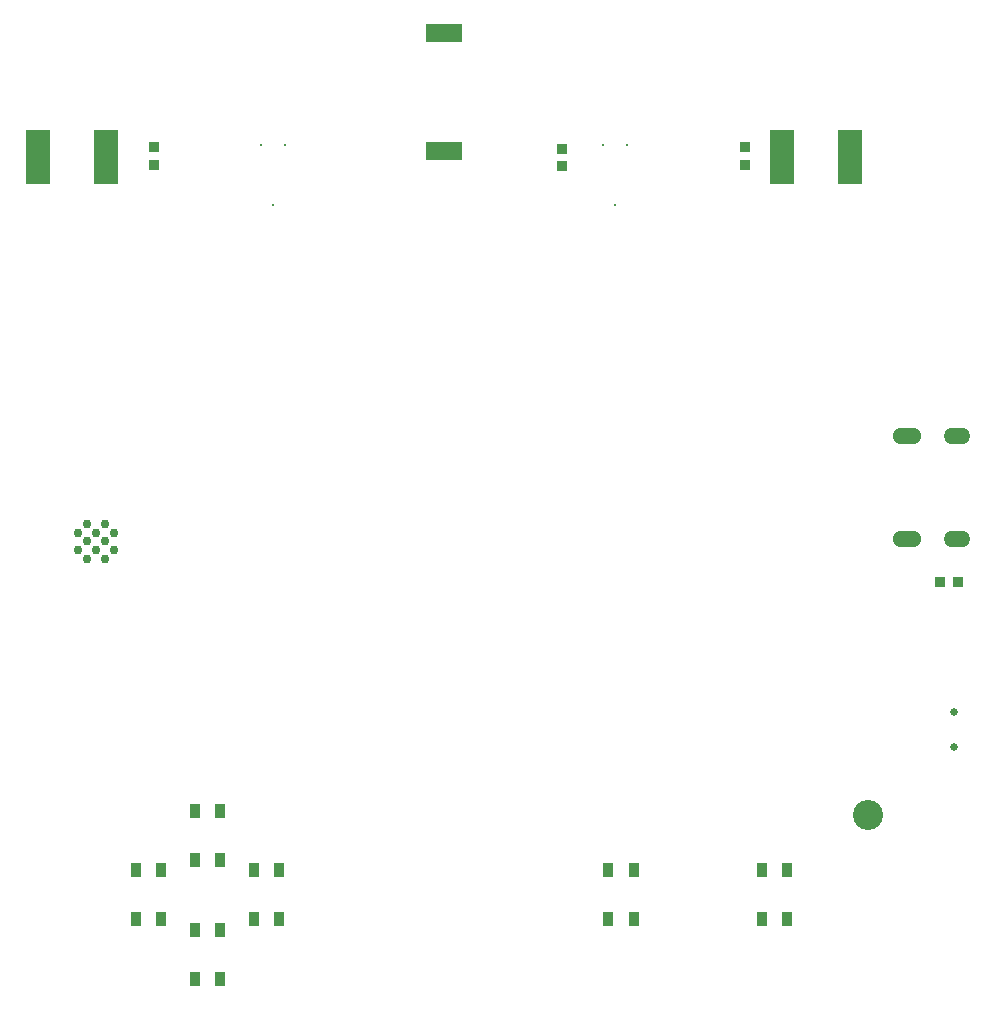
<source format=gts>
G04*
G04 #@! TF.GenerationSoftware,Altium Limited,Altium Designer,22.1.2 (22)*
G04*
G04 Layer_Color=8388736*
%FSLAX44Y44*%
%MOMM*%
G71*
G04*
G04 #@! TF.SameCoordinates,DC0EFF74-F3D2-441A-B5B2-ABEB85199A1F*
G04*
G04*
G04 #@! TF.FilePolarity,Negative*
G04*
G01*
G75*
%ADD17R,0.8500X1.2500*%
%ADD18R,3.1500X1.5500*%
%ADD19R,0.9500X0.9500*%
%ADD20R,0.9500X0.9500*%
%ADD21R,2.1500X4.6500*%
%ADD22C,0.1500*%
%ADD23C,0.2500*%
%ADD24C,0.7500*%
%ADD25C,0.6500*%
%ADD26O,2.2500X1.3500*%
%ADD27O,2.4500X1.3500*%
%ADD28C,2.5500*%
D17*
X589250Y109250D02*
D03*
X610750Y150750D02*
D03*
Y109250D02*
D03*
X589250Y150750D02*
D03*
X719250Y109250D02*
D03*
X740750Y150750D02*
D03*
Y109250D02*
D03*
X719250Y150750D02*
D03*
X289250Y109250D02*
D03*
X310750Y150750D02*
D03*
Y109250D02*
D03*
X289250Y150750D02*
D03*
X239250Y159250D02*
D03*
X260750Y200750D02*
D03*
Y159250D02*
D03*
X239250Y200750D02*
D03*
X239250Y59250D02*
D03*
X260750Y100750D02*
D03*
Y59250D02*
D03*
X239250Y100750D02*
D03*
X189250Y109250D02*
D03*
X210750Y150750D02*
D03*
Y109250D02*
D03*
X189250Y150750D02*
D03*
D18*
X450000Y760000D02*
D03*
Y860000D02*
D03*
D19*
X705000Y748000D02*
D03*
Y763000D02*
D03*
X205000Y748000D02*
D03*
Y763000D02*
D03*
X550000Y762000D02*
D03*
Y747000D02*
D03*
D20*
X885000Y395000D02*
D03*
X870000D02*
D03*
D21*
X164000Y755000D02*
D03*
X106000D02*
D03*
X794000D02*
D03*
X736000D02*
D03*
D22*
X95000Y270000D02*
D03*
Y560000D02*
D03*
X847450Y503900D02*
D03*
Y446100D02*
D03*
D23*
X595000Y714000D02*
D03*
X605160Y764800D02*
D03*
X584840D02*
D03*
X294840D02*
D03*
X315160D02*
D03*
X305000Y714000D02*
D03*
D24*
X148000Y429400D02*
D03*
Y444400D02*
D03*
Y414400D02*
D03*
X163000Y444400D02*
D03*
Y429400D02*
D03*
Y414400D02*
D03*
X140500Y436900D02*
D03*
Y421900D02*
D03*
X155500Y436900D02*
D03*
Y421900D02*
D03*
X170500Y436900D02*
D03*
Y421900D02*
D03*
D25*
X882000Y255000D02*
D03*
Y285000D02*
D03*
D26*
X884250Y431800D02*
D03*
Y518200D02*
D03*
D27*
X842450Y431800D02*
D03*
Y518200D02*
D03*
D28*
X809290Y197830D02*
D03*
M02*

</source>
